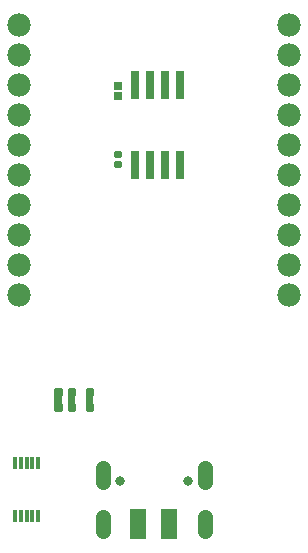
<source format=gbr>
G04 EAGLE Gerber RS-274X export*
G75*
%MOMM*%
%FSLAX34Y34*%
%LPD*%
%INSoldermask Bottom*%
%IPPOS*%
%AMOC8*
5,1,8,0,0,1.08239X$1,22.5*%
G01*
%ADD10C,1.981200*%
%ADD11R,1.371600X2.641600*%
%ADD12R,0.701600X0.641600*%
%ADD13C,0.372125*%
%ADD14R,0.711200X2.387600*%
%ADD15C,1.259600*%
%ADD16C,0.801600*%
%ADD17R,0.400000X1.100000*%
%ADD18C,0.257809*%

G36*
X76265Y113677D02*
X76265Y113677D01*
X76331Y113679D01*
X76374Y113697D01*
X76421Y113705D01*
X76478Y113739D01*
X76538Y113764D01*
X76573Y113795D01*
X76614Y113820D01*
X76656Y113871D01*
X76704Y113915D01*
X76726Y113957D01*
X76755Y113994D01*
X76776Y114056D01*
X76807Y114115D01*
X76815Y114169D01*
X76827Y114206D01*
X76826Y114246D01*
X76834Y114300D01*
X76834Y124460D01*
X76823Y124525D01*
X76821Y124591D01*
X76803Y124634D01*
X76795Y124681D01*
X76761Y124738D01*
X76736Y124798D01*
X76705Y124833D01*
X76680Y124874D01*
X76629Y124916D01*
X76585Y124964D01*
X76543Y124986D01*
X76506Y125015D01*
X76444Y125036D01*
X76385Y125067D01*
X76331Y125075D01*
X76294Y125087D01*
X76254Y125086D01*
X76200Y125094D01*
X71120Y125094D01*
X71055Y125083D01*
X70989Y125081D01*
X70946Y125063D01*
X70899Y125055D01*
X70842Y125021D01*
X70782Y124996D01*
X70747Y124965D01*
X70706Y124940D01*
X70665Y124889D01*
X70616Y124845D01*
X70594Y124803D01*
X70565Y124766D01*
X70544Y124704D01*
X70513Y124645D01*
X70505Y124591D01*
X70493Y124554D01*
X70493Y124543D01*
X70493Y124542D01*
X70494Y124512D01*
X70486Y124460D01*
X70486Y114300D01*
X70497Y114235D01*
X70499Y114169D01*
X70517Y114126D01*
X70525Y114079D01*
X70559Y114022D01*
X70584Y113962D01*
X70615Y113927D01*
X70640Y113886D01*
X70691Y113845D01*
X70735Y113796D01*
X70777Y113774D01*
X70814Y113745D01*
X70876Y113724D01*
X70935Y113693D01*
X70989Y113685D01*
X71026Y113673D01*
X71066Y113674D01*
X71120Y113666D01*
X76200Y113666D01*
X76265Y113677D01*
G37*
G36*
X61025Y113677D02*
X61025Y113677D01*
X61091Y113679D01*
X61134Y113697D01*
X61181Y113705D01*
X61238Y113739D01*
X61298Y113764D01*
X61333Y113795D01*
X61374Y113820D01*
X61416Y113871D01*
X61464Y113915D01*
X61486Y113957D01*
X61515Y113994D01*
X61536Y114056D01*
X61567Y114115D01*
X61575Y114169D01*
X61587Y114206D01*
X61586Y114246D01*
X61594Y114300D01*
X61594Y124460D01*
X61583Y124525D01*
X61581Y124591D01*
X61563Y124634D01*
X61555Y124681D01*
X61521Y124738D01*
X61496Y124798D01*
X61465Y124833D01*
X61440Y124874D01*
X61389Y124916D01*
X61345Y124964D01*
X61303Y124986D01*
X61266Y125015D01*
X61204Y125036D01*
X61145Y125067D01*
X61091Y125075D01*
X61054Y125087D01*
X61014Y125086D01*
X60960Y125094D01*
X55880Y125094D01*
X55815Y125083D01*
X55749Y125081D01*
X55706Y125063D01*
X55659Y125055D01*
X55602Y125021D01*
X55542Y124996D01*
X55507Y124965D01*
X55466Y124940D01*
X55425Y124889D01*
X55376Y124845D01*
X55354Y124803D01*
X55325Y124766D01*
X55304Y124704D01*
X55273Y124645D01*
X55265Y124591D01*
X55253Y124554D01*
X55253Y124543D01*
X55253Y124542D01*
X55254Y124512D01*
X55246Y124460D01*
X55246Y114300D01*
X55257Y114235D01*
X55259Y114169D01*
X55277Y114126D01*
X55285Y114079D01*
X55319Y114022D01*
X55344Y113962D01*
X55375Y113927D01*
X55400Y113886D01*
X55451Y113845D01*
X55495Y113796D01*
X55537Y113774D01*
X55574Y113745D01*
X55636Y113724D01*
X55695Y113693D01*
X55749Y113685D01*
X55786Y113673D01*
X55826Y113674D01*
X55880Y113666D01*
X60960Y113666D01*
X61025Y113677D01*
G37*
G36*
X49595Y113677D02*
X49595Y113677D01*
X49661Y113679D01*
X49704Y113697D01*
X49751Y113705D01*
X49808Y113739D01*
X49868Y113764D01*
X49903Y113795D01*
X49944Y113820D01*
X49986Y113871D01*
X50034Y113915D01*
X50056Y113957D01*
X50085Y113994D01*
X50106Y114056D01*
X50137Y114115D01*
X50145Y114169D01*
X50157Y114206D01*
X50156Y114246D01*
X50164Y114300D01*
X50164Y124460D01*
X50153Y124525D01*
X50151Y124591D01*
X50133Y124634D01*
X50125Y124681D01*
X50091Y124738D01*
X50066Y124798D01*
X50035Y124833D01*
X50010Y124874D01*
X49959Y124916D01*
X49915Y124964D01*
X49873Y124986D01*
X49836Y125015D01*
X49774Y125036D01*
X49715Y125067D01*
X49661Y125075D01*
X49624Y125087D01*
X49584Y125086D01*
X49530Y125094D01*
X44450Y125094D01*
X44385Y125083D01*
X44319Y125081D01*
X44276Y125063D01*
X44229Y125055D01*
X44172Y125021D01*
X44112Y124996D01*
X44077Y124965D01*
X44036Y124940D01*
X43995Y124889D01*
X43946Y124845D01*
X43924Y124803D01*
X43895Y124766D01*
X43874Y124704D01*
X43843Y124645D01*
X43835Y124591D01*
X43823Y124554D01*
X43823Y124543D01*
X43823Y124542D01*
X43824Y124512D01*
X43816Y124460D01*
X43816Y114300D01*
X43827Y114235D01*
X43829Y114169D01*
X43847Y114126D01*
X43855Y114079D01*
X43889Y114022D01*
X43914Y113962D01*
X43945Y113927D01*
X43970Y113886D01*
X44021Y113845D01*
X44065Y113796D01*
X44107Y113774D01*
X44144Y113745D01*
X44206Y113724D01*
X44265Y113693D01*
X44319Y113685D01*
X44356Y113673D01*
X44396Y113674D01*
X44450Y113666D01*
X49530Y113666D01*
X49595Y113677D01*
G37*
D10*
X13970Y436880D03*
X13970Y411480D03*
X13970Y386080D03*
X13970Y360680D03*
X13970Y335280D03*
X13970Y309880D03*
X13970Y284480D03*
X13970Y259080D03*
X13970Y233680D03*
X13970Y208280D03*
X242570Y436880D03*
X242570Y411480D03*
X242570Y386080D03*
X242570Y360680D03*
X242570Y335280D03*
X242570Y309880D03*
X242570Y284480D03*
X242570Y259080D03*
X242570Y233680D03*
X242570Y208280D03*
D11*
X114300Y13970D03*
X140970Y13970D03*
D12*
X97790Y385320D03*
X97790Y376680D03*
D13*
X99438Y319608D02*
X99438Y316912D01*
X96142Y316912D01*
X96142Y319608D01*
X99438Y319608D01*
X99438Y325552D02*
X99438Y328248D01*
X99438Y325552D02*
X96142Y325552D01*
X96142Y328248D01*
X99438Y328248D01*
D14*
X111760Y385572D03*
X111760Y318008D03*
X124460Y385572D03*
X137160Y385572D03*
X124460Y318008D03*
X137160Y318008D03*
X149860Y385572D03*
X149860Y318008D03*
D15*
X85070Y19760D02*
X85070Y8180D01*
X171470Y8180D02*
X171470Y19760D01*
D16*
X99370Y50470D03*
X157170Y50470D03*
D15*
X85117Y50086D02*
X85117Y61666D01*
X171446Y61564D02*
X171446Y49984D01*
X85139Y49997D02*
X85139Y61577D01*
X171451Y61633D02*
X171451Y50053D01*
D17*
X30320Y20680D03*
X25320Y20680D03*
X20320Y20680D03*
X15320Y20680D03*
X10320Y20680D03*
X10320Y65680D03*
X15320Y65680D03*
X20320Y65680D03*
X25320Y65680D03*
X30320Y65680D03*
D18*
X49384Y110636D02*
X49384Y115424D01*
X49384Y110636D02*
X44596Y110636D01*
X44596Y115424D01*
X49384Y115424D01*
X49384Y113085D02*
X44596Y113085D01*
X49384Y123336D02*
X49384Y128124D01*
X49384Y123336D02*
X44596Y123336D01*
X44596Y128124D01*
X49384Y128124D01*
X49384Y125785D02*
X44596Y125785D01*
X60814Y115424D02*
X60814Y110636D01*
X56026Y110636D01*
X56026Y115424D01*
X60814Y115424D01*
X60814Y113085D02*
X56026Y113085D01*
X60814Y123336D02*
X60814Y128124D01*
X60814Y123336D02*
X56026Y123336D01*
X56026Y128124D01*
X60814Y128124D01*
X60814Y125785D02*
X56026Y125785D01*
X76054Y115424D02*
X76054Y110636D01*
X71266Y110636D01*
X71266Y115424D01*
X76054Y115424D01*
X76054Y113085D02*
X71266Y113085D01*
X76054Y123336D02*
X76054Y128124D01*
X76054Y123336D02*
X71266Y123336D01*
X71266Y128124D01*
X76054Y128124D01*
X76054Y125785D02*
X71266Y125785D01*
M02*

</source>
